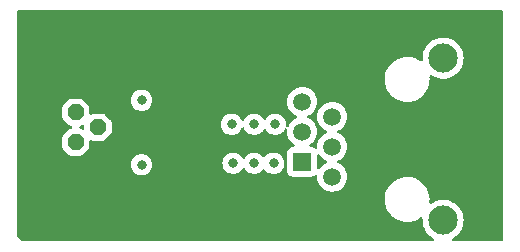
<source format=gbl>
G04 #@! TF.GenerationSoftware,KiCad,Pcbnew,7.0.2*
G04 #@! TF.CreationDate,2024-01-01T15:49:55-07:00*
G04 #@! TF.ProjectId,Temperature Sensor Board 2,54656d70-6572-4617-9475-72652053656e,rev?*
G04 #@! TF.SameCoordinates,Original*
G04 #@! TF.FileFunction,Copper,L2,Bot*
G04 #@! TF.FilePolarity,Positive*
%FSLAX46Y46*%
G04 Gerber Fmt 4.6, Leading zero omitted, Abs format (unit mm)*
G04 Created by KiCad (PCBNEW 7.0.2) date 2024-01-01 15:49:55*
%MOMM*%
%LPD*%
G01*
G04 APERTURE LIST*
G04 Aperture macros list*
%AMOutline5P*
0 Free polygon, 5 corners , with rotation*
0 The origin of the aperture is its center*
0 number of corners: always 5*
0 $1 to $10 corner X, Y*
0 $11 Rotation angle, in degrees counterclockwise*
0 create outline with 5 corners*
4,1,5,$1,$2,$3,$4,$5,$6,$7,$8,$9,$10,$1,$2,$11*%
%AMOutline6P*
0 Free polygon, 6 corners , with rotation*
0 The origin of the aperture is its center*
0 number of corners: always 6*
0 $1 to $12 corner X, Y*
0 $13 Rotation angle, in degrees counterclockwise*
0 create outline with 6 corners*
4,1,6,$1,$2,$3,$4,$5,$6,$7,$8,$9,$10,$11,$12,$1,$2,$13*%
%AMOutline7P*
0 Free polygon, 7 corners , with rotation*
0 The origin of the aperture is its center*
0 number of corners: always 7*
0 $1 to $14 corner X, Y*
0 $15 Rotation angle, in degrees counterclockwise*
0 create outline with 7 corners*
4,1,7,$1,$2,$3,$4,$5,$6,$7,$8,$9,$10,$11,$12,$13,$14,$1,$2,$15*%
%AMOutline8P*
0 Free polygon, 8 corners , with rotation*
0 The origin of the aperture is its center*
0 number of corners: always 8*
0 $1 to $16 corner X, Y*
0 $17 Rotation angle, in degrees counterclockwise*
0 create outline with 8 corners*
4,1,8,$1,$2,$3,$4,$5,$6,$7,$8,$9,$10,$11,$12,$13,$14,$15,$16,$1,$2,$17*%
G04 Aperture macros list end*
G04 #@! TA.AperFunction,ComponentPad*
%ADD10R,1.508000X1.508000*%
G04 #@! TD*
G04 #@! TA.AperFunction,ComponentPad*
%ADD11C,1.508000*%
G04 #@! TD*
G04 #@! TA.AperFunction,ComponentPad*
%ADD12C,2.475000*%
G04 #@! TD*
G04 #@! TA.AperFunction,ComponentPad*
%ADD13Outline8P,-0.660400X0.273547X-0.273547X0.660400X0.273547X0.660400X0.660400X0.273547X0.660400X-0.273547X0.273547X-0.660400X-0.273547X-0.660400X-0.660400X-0.273547X270.000000*%
G04 #@! TD*
G04 #@! TA.AperFunction,ViaPad*
%ADD14C,0.800000*%
G04 #@! TD*
G04 APERTURE END LIST*
D10*
X133817354Y-97114354D03*
D11*
X133817354Y-94574354D03*
X133817354Y-92034354D03*
X136357354Y-98384354D03*
X136357354Y-95844354D03*
X136357354Y-93304354D03*
D12*
X145757354Y-102074354D03*
X145757354Y-88354354D03*
D13*
X114640354Y-92923354D03*
X116545354Y-94193354D03*
X114640354Y-95463354D03*
D14*
X131531354Y-93939354D03*
X127975354Y-97241354D03*
X120228354Y-97368354D03*
X120228354Y-91907354D03*
X129753354Y-93939354D03*
X129753354Y-97241354D03*
X131404354Y-97241354D03*
X127848354Y-93939354D03*
G04 #@! TA.AperFunction,NonConductor*
G36*
X150778393Y-84307039D02*
G01*
X150824148Y-84359843D01*
X150835354Y-84411354D01*
X150835354Y-103721354D01*
X150815669Y-103788393D01*
X150762865Y-103834148D01*
X150711354Y-103845354D01*
X146628794Y-103845354D01*
X146561755Y-103825669D01*
X146516000Y-103772865D01*
X146506056Y-103703707D01*
X146535081Y-103640151D01*
X146574990Y-103609634D01*
X146628791Y-103583726D01*
X146844018Y-103436987D01*
X147034970Y-103259809D01*
X147197383Y-103056149D01*
X147327628Y-102830558D01*
X147422796Y-102588075D01*
X147480761Y-102334116D01*
X147500227Y-102074354D01*
X147480761Y-101814592D01*
X147422796Y-101560633D01*
X147327628Y-101318150D01*
X147197383Y-101092559D01*
X147034970Y-100888899D01*
X146844018Y-100711721D01*
X146721494Y-100628186D01*
X146628791Y-100564982D01*
X146517585Y-100511428D01*
X146394097Y-100451959D01*
X146317315Y-100428274D01*
X146145179Y-100375177D01*
X145887599Y-100336354D01*
X145627109Y-100336354D01*
X145369528Y-100375177D01*
X145120610Y-100451959D01*
X144885916Y-100564982D01*
X144793213Y-100628186D01*
X144726733Y-100649686D01*
X144659183Y-100631832D01*
X144612010Y-100580291D01*
X144600190Y-100511428D01*
X144601426Y-100503204D01*
X144601506Y-100502768D01*
X144611667Y-100224758D01*
X144596392Y-100085937D01*
X144581240Y-99948230D01*
X144510874Y-99679078D01*
X144402070Y-99423040D01*
X144257146Y-99185573D01*
X144165461Y-99075402D01*
X144079192Y-98971738D01*
X143971369Y-98875128D01*
X143871997Y-98786091D01*
X143639981Y-98632591D01*
X143639978Y-98632589D01*
X143388085Y-98514506D01*
X143121690Y-98434360D01*
X143121686Y-98434359D01*
X143121685Y-98434359D01*
X142846453Y-98393854D01*
X142637891Y-98393854D01*
X142635642Y-98394018D01*
X142635631Y-98394019D01*
X142429898Y-98409076D01*
X142158357Y-98469565D01*
X141898517Y-98568945D01*
X141655914Y-98705101D01*
X141435720Y-98875128D01*
X141242631Y-99075402D01*
X141080759Y-99301659D01*
X140953559Y-99549065D01*
X140863731Y-99812372D01*
X140813201Y-100085937D01*
X140803040Y-100363949D01*
X140818363Y-100503204D01*
X140833468Y-100640478D01*
X140903834Y-100909630D01*
X141012638Y-101165668D01*
X141157562Y-101403135D01*
X141335517Y-101616971D01*
X141542711Y-101802617D01*
X141750061Y-101939798D01*
X141774729Y-101956118D01*
X142026622Y-102074201D01*
X142234953Y-102136878D01*
X142293023Y-102154349D01*
X142568255Y-102194854D01*
X142568258Y-102194854D01*
X142774555Y-102194854D01*
X142776817Y-102194854D01*
X142984809Y-102179631D01*
X143256351Y-102119142D01*
X143516192Y-102019762D01*
X143758794Y-101883607D01*
X143825129Y-101832384D01*
X143890215Y-101806994D01*
X143958703Y-101820823D01*
X144008841Y-101869484D01*
X144024713Y-101937527D01*
X144024563Y-101939798D01*
X144014480Y-102074353D01*
X144033946Y-102334113D01*
X144091912Y-102588077D01*
X144187079Y-102830556D01*
X144187080Y-102830558D01*
X144317325Y-103056149D01*
X144479738Y-103259809D01*
X144670690Y-103436987D01*
X144885918Y-103583726D01*
X144933849Y-103606808D01*
X144939716Y-103609634D01*
X144991576Y-103656457D01*
X145009888Y-103723884D01*
X144988840Y-103790508D01*
X144935113Y-103835176D01*
X144885914Y-103845354D01*
X110119716Y-103845354D01*
X110052677Y-103825669D01*
X110032035Y-103809035D01*
X109724173Y-103501172D01*
X109690688Y-103439849D01*
X109687854Y-103413491D01*
X109687854Y-97368354D01*
X119322894Y-97368354D01*
X119342680Y-97556611D01*
X119401174Y-97736638D01*
X119495820Y-97900570D01*
X119622483Y-98041243D01*
X119775623Y-98152505D01*
X119948551Y-98229498D01*
X120133706Y-98268854D01*
X120133708Y-98268854D01*
X120323002Y-98268854D01*
X120477967Y-98235915D01*
X120508157Y-98229498D01*
X120681084Y-98152505D01*
X120834225Y-98041242D01*
X120960887Y-97900570D01*
X121055533Y-97736638D01*
X121114028Y-97556610D01*
X121133814Y-97368354D01*
X121120466Y-97241353D01*
X127069894Y-97241353D01*
X127089680Y-97429611D01*
X127148174Y-97609638D01*
X127242820Y-97773570D01*
X127369483Y-97914243D01*
X127522623Y-98025505D01*
X127695551Y-98102498D01*
X127880706Y-98141854D01*
X127880708Y-98141854D01*
X128070002Y-98141854D01*
X128193437Y-98115616D01*
X128255157Y-98102498D01*
X128428084Y-98025505D01*
X128496445Y-97975838D01*
X128581224Y-97914243D01*
X128707887Y-97773570D01*
X128756967Y-97688561D01*
X128807533Y-97640346D01*
X128876140Y-97627122D01*
X128941005Y-97653090D01*
X128971741Y-97688561D01*
X129020820Y-97773570D01*
X129147483Y-97914243D01*
X129300623Y-98025505D01*
X129473551Y-98102498D01*
X129658706Y-98141854D01*
X129658708Y-98141854D01*
X129848002Y-98141854D01*
X129971438Y-98115616D01*
X130033157Y-98102498D01*
X130206084Y-98025505D01*
X130274445Y-97975838D01*
X130359224Y-97914243D01*
X130486704Y-97772663D01*
X130546191Y-97736014D01*
X130616048Y-97737345D01*
X130671004Y-97772663D01*
X130798483Y-97914243D01*
X130951623Y-98025505D01*
X131124551Y-98102498D01*
X131309706Y-98141854D01*
X131309708Y-98141854D01*
X131499002Y-98141854D01*
X131622438Y-98115616D01*
X131684157Y-98102498D01*
X131857084Y-98025505D01*
X131925445Y-97975838D01*
X132010224Y-97914243D01*
X132136887Y-97773570D01*
X132231533Y-97609638D01*
X132242822Y-97574893D01*
X132290028Y-97429610D01*
X132309814Y-97241354D01*
X132290028Y-97053098D01*
X132231533Y-96873070D01*
X132231533Y-96873069D01*
X132136887Y-96709137D01*
X132010224Y-96568464D01*
X131857084Y-96457202D01*
X131684156Y-96380209D01*
X131499002Y-96340854D01*
X131499000Y-96340854D01*
X131309708Y-96340854D01*
X131309706Y-96340854D01*
X131124551Y-96380209D01*
X130951623Y-96457202D01*
X130798483Y-96568465D01*
X130671002Y-96710045D01*
X130611515Y-96746693D01*
X130541658Y-96745362D01*
X130486703Y-96710044D01*
X130359224Y-96568464D01*
X130206084Y-96457202D01*
X130033156Y-96380209D01*
X129848002Y-96340854D01*
X129848000Y-96340854D01*
X129658708Y-96340854D01*
X129658706Y-96340854D01*
X129473551Y-96380209D01*
X129300623Y-96457202D01*
X129147483Y-96568464D01*
X129020820Y-96709138D01*
X128971741Y-96794146D01*
X128921174Y-96842362D01*
X128852567Y-96855585D01*
X128787702Y-96829617D01*
X128756967Y-96794146D01*
X128707887Y-96709138D01*
X128581224Y-96568464D01*
X128428084Y-96457202D01*
X128255156Y-96380209D01*
X128070002Y-96340854D01*
X128070000Y-96340854D01*
X127880708Y-96340854D01*
X127880706Y-96340854D01*
X127695551Y-96380209D01*
X127522623Y-96457202D01*
X127369483Y-96568464D01*
X127242820Y-96709137D01*
X127148174Y-96873069D01*
X127089680Y-97053096D01*
X127069894Y-97241353D01*
X121120466Y-97241353D01*
X121114028Y-97180098D01*
X121055533Y-97000070D01*
X121055533Y-97000069D01*
X120960887Y-96836137D01*
X120834224Y-96695464D01*
X120681084Y-96584202D01*
X120508156Y-96507209D01*
X120323002Y-96467854D01*
X120323000Y-96467854D01*
X120133708Y-96467854D01*
X120133706Y-96467854D01*
X119948551Y-96507209D01*
X119775623Y-96584202D01*
X119622483Y-96695464D01*
X119495820Y-96836137D01*
X119401174Y-97000069D01*
X119342680Y-97180096D01*
X119322894Y-97368354D01*
X109687854Y-97368354D01*
X109687854Y-95777877D01*
X113479454Y-95777877D01*
X113479936Y-95781718D01*
X113479937Y-95781726D01*
X113490013Y-95861950D01*
X113545091Y-95994918D01*
X113594692Y-96058770D01*
X113594700Y-96058779D01*
X113597074Y-96061835D01*
X114041876Y-96506638D01*
X114044935Y-96509014D01*
X114108791Y-96558618D01*
X114241757Y-96613694D01*
X114256893Y-96615595D01*
X114325830Y-96624254D01*
X114329707Y-96624254D01*
X114951000Y-96624254D01*
X114954877Y-96624254D01*
X115038951Y-96613694D01*
X115171918Y-96558617D01*
X115238835Y-96506634D01*
X115683638Y-96061832D01*
X115735618Y-95994917D01*
X115790694Y-95861950D01*
X115801254Y-95777878D01*
X115801254Y-95376858D01*
X115820939Y-95309820D01*
X115873743Y-95264065D01*
X115942901Y-95254121D01*
X116001324Y-95278934D01*
X116013791Y-95288618D01*
X116146757Y-95343694D01*
X116161893Y-95345595D01*
X116230830Y-95354254D01*
X116234707Y-95354254D01*
X116856000Y-95354254D01*
X116859877Y-95354254D01*
X116943951Y-95343694D01*
X117076918Y-95288617D01*
X117143835Y-95236634D01*
X117588638Y-94791832D01*
X117640618Y-94724917D01*
X117695694Y-94591950D01*
X117706254Y-94507878D01*
X117706254Y-93939354D01*
X126942894Y-93939354D01*
X126962680Y-94127611D01*
X127021174Y-94307638D01*
X127115820Y-94471570D01*
X127242483Y-94612243D01*
X127395623Y-94723505D01*
X127568551Y-94800498D01*
X127753706Y-94839854D01*
X127753708Y-94839854D01*
X127943002Y-94839854D01*
X128066437Y-94813616D01*
X128128157Y-94800498D01*
X128301084Y-94723505D01*
X128301083Y-94723504D01*
X128454224Y-94612243D01*
X128488341Y-94574353D01*
X128580887Y-94471570D01*
X128675533Y-94307638D01*
X128682922Y-94284895D01*
X128722360Y-94227219D01*
X128786718Y-94200020D01*
X128855564Y-94211934D01*
X128907041Y-94259178D01*
X128918785Y-94284895D01*
X128926174Y-94307637D01*
X129020820Y-94471570D01*
X129147483Y-94612243D01*
X129300623Y-94723505D01*
X129473551Y-94800498D01*
X129658706Y-94839854D01*
X129658708Y-94839854D01*
X129848002Y-94839854D01*
X129971437Y-94813616D01*
X130033157Y-94800498D01*
X130206084Y-94723505D01*
X130206083Y-94723504D01*
X130359224Y-94612243D01*
X130393341Y-94574353D01*
X130485887Y-94471570D01*
X130515618Y-94420074D01*
X130534967Y-94386561D01*
X130585533Y-94338346D01*
X130654140Y-94325122D01*
X130719005Y-94351090D01*
X130749741Y-94386561D01*
X130798820Y-94471570D01*
X130925483Y-94612243D01*
X131078623Y-94723505D01*
X131251551Y-94800498D01*
X131436706Y-94839854D01*
X131436708Y-94839854D01*
X131626002Y-94839854D01*
X131749437Y-94813616D01*
X131811157Y-94800498D01*
X131984084Y-94723505D01*
X131984083Y-94723504D01*
X132137224Y-94612243D01*
X132171341Y-94574353D01*
X132263887Y-94471570D01*
X132293618Y-94420074D01*
X132341535Y-94337080D01*
X132392102Y-94288865D01*
X132460709Y-94275641D01*
X132525574Y-94301609D01*
X132566102Y-94358523D01*
X132572450Y-94409887D01*
X132558061Y-94574353D01*
X132577192Y-94793025D01*
X132634007Y-95005058D01*
X132661845Y-95064757D01*
X132726775Y-95204000D01*
X132852680Y-95383811D01*
X133007897Y-95539028D01*
X133143932Y-95634281D01*
X133187556Y-95688856D01*
X133194750Y-95758354D01*
X133163227Y-95820709D01*
X133102998Y-95856123D01*
X133072810Y-95859854D01*
X133018794Y-95859854D01*
X133018775Y-95859854D01*
X133015482Y-95859855D01*
X133012202Y-95860207D01*
X133012194Y-95860208D01*
X132955869Y-95866263D01*
X132821023Y-95916558D01*
X132705808Y-96002808D01*
X132619558Y-96118022D01*
X132569263Y-96252870D01*
X132566878Y-96275058D01*
X132562854Y-96312481D01*
X132562854Y-96315802D01*
X132562854Y-96315803D01*
X132562854Y-97912914D01*
X132562854Y-97912932D01*
X132562855Y-97916226D01*
X132569263Y-97975837D01*
X132619558Y-98110685D01*
X132705808Y-98225900D01*
X132821023Y-98312150D01*
X132955871Y-98362445D01*
X133015481Y-98368854D01*
X134619226Y-98368853D01*
X134678837Y-98362445D01*
X134813685Y-98312150D01*
X134902743Y-98245480D01*
X134968204Y-98221064D01*
X135036478Y-98235915D01*
X135085884Y-98285320D01*
X135100736Y-98353593D01*
X135100580Y-98355552D01*
X135098061Y-98384350D01*
X135117192Y-98603025D01*
X135166245Y-98786092D01*
X135174007Y-98815057D01*
X135266775Y-99014000D01*
X135392680Y-99193811D01*
X135547897Y-99349028D01*
X135727708Y-99474933D01*
X135926651Y-99567701D01*
X136138680Y-99624515D01*
X136284462Y-99637268D01*
X136357353Y-99643646D01*
X136357353Y-99643645D01*
X136357354Y-99643646D01*
X136576028Y-99624515D01*
X136788057Y-99567701D01*
X136987000Y-99474933D01*
X137166811Y-99349028D01*
X137322028Y-99193811D01*
X137447933Y-99014000D01*
X137540701Y-98815057D01*
X137597515Y-98603028D01*
X137616646Y-98384354D01*
X137597515Y-98165680D01*
X137540701Y-97953651D01*
X137447933Y-97754708D01*
X137322028Y-97574897D01*
X137166811Y-97419680D01*
X136987000Y-97293775D01*
X136986996Y-97293772D01*
X136843234Y-97226736D01*
X136790794Y-97180564D01*
X136771642Y-97113371D01*
X136791858Y-97046489D01*
X136843234Y-97001972D01*
X136986996Y-96934935D01*
X136986996Y-96934934D01*
X136987000Y-96934933D01*
X137166811Y-96809028D01*
X137322028Y-96653811D01*
X137447933Y-96474000D01*
X137540701Y-96275057D01*
X137597515Y-96063028D01*
X137616646Y-95844354D01*
X137597515Y-95625680D01*
X137540701Y-95413651D01*
X137447933Y-95214708D01*
X137322028Y-95034897D01*
X137166811Y-94879680D01*
X136987000Y-94753775D01*
X136986996Y-94753772D01*
X136843234Y-94686736D01*
X136790794Y-94640564D01*
X136771642Y-94573371D01*
X136791858Y-94506489D01*
X136843234Y-94461972D01*
X136986996Y-94394935D01*
X136986996Y-94394934D01*
X136987000Y-94394933D01*
X137166811Y-94269028D01*
X137322028Y-94113811D01*
X137447933Y-93934000D01*
X137540701Y-93735057D01*
X137597515Y-93523028D01*
X137616646Y-93304354D01*
X137597515Y-93085680D01*
X137540701Y-92873651D01*
X137447933Y-92674708D01*
X137322028Y-92494897D01*
X137166811Y-92339680D01*
X136987000Y-92213775D01*
X136895275Y-92171003D01*
X136788058Y-92121007D01*
X136576025Y-92064192D01*
X136357353Y-92045061D01*
X136138682Y-92064192D01*
X135926649Y-92121007D01*
X135727710Y-92213774D01*
X135727708Y-92213775D01*
X135564671Y-92327935D01*
X135547893Y-92339683D01*
X135392683Y-92494893D01*
X135392680Y-92494896D01*
X135392680Y-92494897D01*
X135310190Y-92612706D01*
X135266774Y-92674710D01*
X135174007Y-92873649D01*
X135117192Y-93085682D01*
X135098061Y-93304354D01*
X135117192Y-93523025D01*
X135174007Y-93735058D01*
X135196243Y-93782743D01*
X135266775Y-93934000D01*
X135392680Y-94113811D01*
X135547897Y-94269028D01*
X135727708Y-94394933D01*
X135787502Y-94422815D01*
X135871474Y-94461972D01*
X135923913Y-94508144D01*
X135943065Y-94575338D01*
X135922849Y-94642219D01*
X135871474Y-94686736D01*
X135727714Y-94753772D01*
X135727708Y-94753775D01*
X135564671Y-94867935D01*
X135547893Y-94879683D01*
X135392683Y-95034893D01*
X135392680Y-95034896D01*
X135392680Y-95034897D01*
X135310190Y-95152706D01*
X135266774Y-95214710D01*
X135174007Y-95413649D01*
X135117192Y-95625682D01*
X135098061Y-95844354D01*
X135100580Y-95873155D01*
X135086812Y-95941654D01*
X135038195Y-95991836D01*
X134970166Y-96007768D01*
X134904323Y-95984391D01*
X134902793Y-95983264D01*
X134813685Y-95916558D01*
X134678837Y-95866263D01*
X134619227Y-95859854D01*
X134615905Y-95859854D01*
X134561901Y-95859854D01*
X134494862Y-95840169D01*
X134449107Y-95787365D01*
X134439163Y-95718207D01*
X134468188Y-95654651D01*
X134490778Y-95634279D01*
X134503059Y-95625680D01*
X134626811Y-95539028D01*
X134782028Y-95383811D01*
X134907933Y-95204000D01*
X135000701Y-95005057D01*
X135057515Y-94793028D01*
X135076646Y-94574354D01*
X135057515Y-94355680D01*
X135000701Y-94143651D01*
X134907933Y-93944708D01*
X134782028Y-93764897D01*
X134626811Y-93609680D01*
X134447000Y-93483775D01*
X134446996Y-93483772D01*
X134303234Y-93416736D01*
X134250794Y-93370564D01*
X134231642Y-93303371D01*
X134251858Y-93236489D01*
X134303234Y-93191972D01*
X134446996Y-93124935D01*
X134446996Y-93124934D01*
X134447000Y-93124933D01*
X134626811Y-92999028D01*
X134782028Y-92843811D01*
X134907933Y-92664000D01*
X135000701Y-92465057D01*
X135057515Y-92253028D01*
X135076646Y-92034354D01*
X135057515Y-91815680D01*
X135000701Y-91603651D01*
X134907933Y-91404708D01*
X134782028Y-91224897D01*
X134626811Y-91069680D01*
X134447000Y-90943775D01*
X134355275Y-90901003D01*
X134248058Y-90851007D01*
X134036025Y-90794192D01*
X133817354Y-90775061D01*
X133598682Y-90794192D01*
X133386649Y-90851007D01*
X133187710Y-90943774D01*
X133187708Y-90943775D01*
X133099320Y-91005665D01*
X133007893Y-91069683D01*
X132852683Y-91224893D01*
X132852680Y-91224896D01*
X132852680Y-91224897D01*
X132747481Y-91375138D01*
X132726774Y-91404710D01*
X132634007Y-91603649D01*
X132577192Y-91815682D01*
X132558061Y-92034353D01*
X132577192Y-92253025D01*
X132634007Y-92465058D01*
X132661845Y-92524757D01*
X132726775Y-92664000D01*
X132852680Y-92843811D01*
X133007897Y-92999028D01*
X133187708Y-93124933D01*
X133298376Y-93176538D01*
X133331474Y-93191972D01*
X133383913Y-93238144D01*
X133403065Y-93305338D01*
X133382849Y-93372219D01*
X133331474Y-93416736D01*
X133249592Y-93454918D01*
X133187708Y-93483775D01*
X133029044Y-93594873D01*
X133007893Y-93609683D01*
X132852683Y-93764893D01*
X132852680Y-93764896D01*
X132852680Y-93764897D01*
X132772904Y-93878830D01*
X132726774Y-93944710D01*
X132664871Y-94077461D01*
X132618698Y-94129900D01*
X132551505Y-94149052D01*
X132484624Y-94128836D01*
X132439289Y-94075671D01*
X132429168Y-94012097D01*
X132436814Y-93939354D01*
X132417028Y-93751098D01*
X132358533Y-93571070D01*
X132358533Y-93571069D01*
X132263887Y-93407137D01*
X132137224Y-93266464D01*
X131984084Y-93155202D01*
X131811156Y-93078209D01*
X131626002Y-93038854D01*
X131626000Y-93038854D01*
X131436708Y-93038854D01*
X131436706Y-93038854D01*
X131251551Y-93078209D01*
X131078623Y-93155202D01*
X130925483Y-93266464D01*
X130798820Y-93407138D01*
X130749741Y-93492146D01*
X130699174Y-93540362D01*
X130630567Y-93553585D01*
X130565702Y-93527617D01*
X130534967Y-93492146D01*
X130485887Y-93407138D01*
X130359224Y-93266464D01*
X130206084Y-93155202D01*
X130033156Y-93078209D01*
X129848002Y-93038854D01*
X129848000Y-93038854D01*
X129658708Y-93038854D01*
X129658706Y-93038854D01*
X129473551Y-93078209D01*
X129300623Y-93155202D01*
X129147483Y-93266464D01*
X129020820Y-93407137D01*
X128926174Y-93571069D01*
X128918785Y-93593813D01*
X128879348Y-93651489D01*
X128814989Y-93678687D01*
X128746143Y-93666772D01*
X128694667Y-93619528D01*
X128682923Y-93593813D01*
X128675533Y-93571069D01*
X128580887Y-93407137D01*
X128454224Y-93266464D01*
X128301084Y-93155202D01*
X128128156Y-93078209D01*
X127943002Y-93038854D01*
X127943000Y-93038854D01*
X127753708Y-93038854D01*
X127753706Y-93038854D01*
X127568551Y-93078209D01*
X127395623Y-93155202D01*
X127242483Y-93266464D01*
X127115820Y-93407137D01*
X127021174Y-93571069D01*
X126962680Y-93751096D01*
X126942894Y-93939354D01*
X117706254Y-93939354D01*
X117706254Y-93878831D01*
X117695694Y-93794757D01*
X117640617Y-93661790D01*
X117600139Y-93609683D01*
X117591015Y-93597937D01*
X117591008Y-93597929D01*
X117588634Y-93594873D01*
X117143832Y-93150070D01*
X117089385Y-93107775D01*
X117076916Y-93098089D01*
X116943950Y-93043013D01*
X116863726Y-93032937D01*
X116863720Y-93032936D01*
X116859878Y-93032454D01*
X116230831Y-93032454D01*
X116226990Y-93032936D01*
X116226981Y-93032937D01*
X116146757Y-93043013D01*
X116013788Y-93098091D01*
X116001323Y-93107775D01*
X115936304Y-93133356D01*
X115867777Y-93119724D01*
X115817499Y-93071207D01*
X115801254Y-93009849D01*
X115801254Y-92843811D01*
X115801254Y-92608831D01*
X115790694Y-92524757D01*
X115735617Y-92391790D01*
X115695139Y-92339683D01*
X115686015Y-92327937D01*
X115686008Y-92327929D01*
X115683634Y-92324873D01*
X115266115Y-91907353D01*
X119322894Y-91907353D01*
X119342680Y-92095611D01*
X119401174Y-92275638D01*
X119495820Y-92439570D01*
X119622483Y-92580243D01*
X119775623Y-92691505D01*
X119948551Y-92768498D01*
X120133706Y-92807854D01*
X120133708Y-92807854D01*
X120323002Y-92807854D01*
X120446437Y-92781616D01*
X120508157Y-92768498D01*
X120681084Y-92691505D01*
X120789542Y-92612706D01*
X120834224Y-92580243D01*
X120960887Y-92439570D01*
X121055533Y-92275638D01*
X121062880Y-92253025D01*
X121114028Y-92095610D01*
X121133814Y-91907354D01*
X121114028Y-91719098D01*
X121060248Y-91553580D01*
X121055533Y-91539069D01*
X120960887Y-91375137D01*
X120834224Y-91234464D01*
X120681084Y-91123202D01*
X120508156Y-91046209D01*
X120323002Y-91006854D01*
X120323000Y-91006854D01*
X120133708Y-91006854D01*
X120133706Y-91006854D01*
X119948551Y-91046209D01*
X119775623Y-91123202D01*
X119622483Y-91234464D01*
X119495820Y-91375137D01*
X119401174Y-91539069D01*
X119342680Y-91719096D01*
X119322894Y-91907353D01*
X115266115Y-91907353D01*
X115238832Y-91880070D01*
X115212689Y-91859762D01*
X115171916Y-91828089D01*
X115038950Y-91773013D01*
X114958726Y-91762937D01*
X114958720Y-91762936D01*
X114954878Y-91762454D01*
X114325831Y-91762454D01*
X114321990Y-91762936D01*
X114321981Y-91762937D01*
X114241757Y-91773013D01*
X114108789Y-91828091D01*
X114044937Y-91877692D01*
X114044919Y-91877707D01*
X114041873Y-91880074D01*
X114039139Y-91882807D01*
X114039131Y-91882815D01*
X113599808Y-92322137D01*
X113599800Y-92322145D01*
X113597070Y-92324876D01*
X113594699Y-92327927D01*
X113594693Y-92327935D01*
X113545089Y-92391791D01*
X113490013Y-92524757D01*
X113479937Y-92604981D01*
X113479454Y-92608830D01*
X113479454Y-93237877D01*
X113479936Y-93241718D01*
X113479937Y-93241726D01*
X113490013Y-93321950D01*
X113545091Y-93454918D01*
X113594692Y-93518770D01*
X113594700Y-93518779D01*
X113597074Y-93521835D01*
X114041876Y-93966638D01*
X114044935Y-93969014D01*
X114100392Y-94012094D01*
X114108791Y-94018618D01*
X114241758Y-94073694D01*
X114241761Y-94073694D01*
X114254066Y-94078791D01*
X114308470Y-94122632D01*
X114330535Y-94188926D01*
X114313256Y-94256625D01*
X114262120Y-94304236D01*
X114254068Y-94307914D01*
X114180600Y-94338346D01*
X114108793Y-94368090D01*
X114108788Y-94368092D01*
X114044937Y-94417692D01*
X114044919Y-94417707D01*
X114041873Y-94420074D01*
X114039139Y-94422807D01*
X114039131Y-94422815D01*
X113599808Y-94862137D01*
X113599800Y-94862145D01*
X113597070Y-94864876D01*
X113594699Y-94867927D01*
X113594693Y-94867935D01*
X113545089Y-94931791D01*
X113490013Y-95064757D01*
X113479937Y-95144981D01*
X113479454Y-95148830D01*
X113479454Y-95777877D01*
X109687854Y-95777877D01*
X109687854Y-90203949D01*
X140803040Y-90203949D01*
X140827435Y-90425654D01*
X140833468Y-90480478D01*
X140903834Y-90749630D01*
X141012638Y-91005668D01*
X141157562Y-91243135D01*
X141157565Y-91243139D01*
X141157566Y-91243140D01*
X141292023Y-91404708D01*
X141335517Y-91456971D01*
X141542711Y-91642617D01*
X141739807Y-91773014D01*
X141774729Y-91796118D01*
X142026622Y-91914201D01*
X142234953Y-91976878D01*
X142293023Y-91994349D01*
X142568255Y-92034854D01*
X142568258Y-92034854D01*
X142774555Y-92034854D01*
X142776817Y-92034854D01*
X142984809Y-92019631D01*
X143256351Y-91959142D01*
X143516192Y-91859762D01*
X143758794Y-91723607D01*
X143978986Y-91553580D01*
X144172076Y-91353305D01*
X144333947Y-91127050D01*
X144461151Y-90879637D01*
X144550975Y-90616340D01*
X144601506Y-90342770D01*
X144611667Y-90064758D01*
X144594972Y-89913034D01*
X144607206Y-89844248D01*
X144654688Y-89792992D01*
X144722344Y-89775543D01*
X144788079Y-89797021D01*
X144885918Y-89863726D01*
X145120611Y-89976749D01*
X145369528Y-90053530D01*
X145627109Y-90092354D01*
X145887599Y-90092354D01*
X146145180Y-90053530D01*
X146394097Y-89976749D01*
X146628791Y-89863726D01*
X146844018Y-89716987D01*
X147034970Y-89539809D01*
X147197383Y-89336149D01*
X147327628Y-89110558D01*
X147422796Y-88868075D01*
X147480761Y-88614116D01*
X147500227Y-88354354D01*
X147480761Y-88094592D01*
X147422796Y-87840633D01*
X147327628Y-87598150D01*
X147197383Y-87372559D01*
X147034970Y-87168899D01*
X146844018Y-86991721D01*
X146628791Y-86844982D01*
X146394097Y-86731959D01*
X146317314Y-86708274D01*
X146145179Y-86655177D01*
X145887599Y-86616354D01*
X145627109Y-86616354D01*
X145369528Y-86655177D01*
X145120610Y-86731959D01*
X144885917Y-86844982D01*
X144670687Y-86991723D01*
X144479741Y-87168895D01*
X144317324Y-87372560D01*
X144187079Y-87598151D01*
X144091912Y-87840630D01*
X144033946Y-88094594D01*
X144014480Y-88354354D01*
X144024434Y-88487187D01*
X144009814Y-88555510D01*
X143960577Y-88605083D01*
X143892355Y-88620166D01*
X143832362Y-88599869D01*
X143639978Y-88472589D01*
X143388085Y-88354506D01*
X143121690Y-88274360D01*
X143121686Y-88274359D01*
X143121685Y-88274359D01*
X142846453Y-88233854D01*
X142637891Y-88233854D01*
X142635642Y-88234018D01*
X142635631Y-88234019D01*
X142429898Y-88249076D01*
X142158357Y-88309565D01*
X141898517Y-88408945D01*
X141655914Y-88545101D01*
X141435720Y-88715128D01*
X141242631Y-88915402D01*
X141080759Y-89141659D01*
X140953559Y-89389065D01*
X140863731Y-89652372D01*
X140813201Y-89925937D01*
X140803040Y-90203949D01*
X109687854Y-90203949D01*
X109687854Y-84411354D01*
X109707539Y-84344315D01*
X109760343Y-84298560D01*
X109811854Y-84287354D01*
X150711354Y-84287354D01*
X150778393Y-84307039D01*
G37*
G04 #@! TD.AperFunction*
G04 #@! TA.AperFunction,NonConductor*
G36*
X115317928Y-93996982D02*
G01*
X115368208Y-94045497D01*
X115384454Y-94106858D01*
X115384454Y-94279848D01*
X115364769Y-94346887D01*
X115311965Y-94392642D01*
X115242807Y-94402586D01*
X115184386Y-94377775D01*
X115171916Y-94368089D01*
X115026641Y-94307915D01*
X114972237Y-94264075D01*
X114950172Y-94197781D01*
X114967451Y-94130081D01*
X115018588Y-94082470D01*
X115026640Y-94078793D01*
X115038949Y-94073694D01*
X115038951Y-94073694D01*
X115171918Y-94018617D01*
X115184382Y-94008934D01*
X115249401Y-93983352D01*
X115317928Y-93996982D01*
G37*
G04 #@! TD.AperFunction*
G04 #@! TA.AperFunction,NonConductor*
G36*
X135277056Y-96495187D02*
G01*
X135297424Y-96517772D01*
X135392680Y-96653811D01*
X135547897Y-96809028D01*
X135727708Y-96934933D01*
X135838376Y-96986538D01*
X135871474Y-97001972D01*
X135923913Y-97048144D01*
X135943065Y-97115338D01*
X135922849Y-97182219D01*
X135871474Y-97226736D01*
X135727714Y-97293772D01*
X135727708Y-97293775D01*
X135578911Y-97397964D01*
X135547893Y-97419683D01*
X135392679Y-97574897D01*
X135297427Y-97710930D01*
X135242850Y-97754555D01*
X135173352Y-97761747D01*
X135110997Y-97730224D01*
X135075584Y-97669994D01*
X135071853Y-97639812D01*
X135071853Y-96588899D01*
X135091538Y-96521861D01*
X135144342Y-96476106D01*
X135213500Y-96466162D01*
X135277056Y-96495187D01*
G37*
G04 #@! TD.AperFunction*
M02*

</source>
